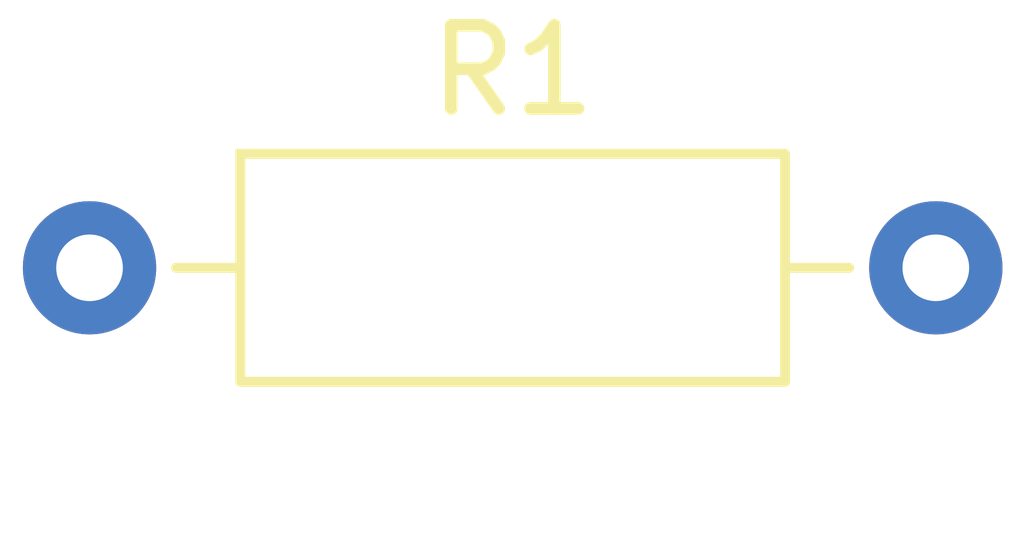
<source format=kicad_pcb>
(kicad_pcb (version 20241229) (generator "pcbnew") (generator_version "9.0")
  (layers (0 "F.Cu" signal) (2 "B.Cu" signal) (13 "F.Paste" user) (15 "B.Paste" user) (5 "F.SilkS" user "F.Silkscreen") (7 "B.SilkS" user "B.Silkscreen") (1 "F.Mask" user) (3 "B.Mask" user) (25 "Edge.Cuts" user))
  (net 0 "")
  (net 1 "Net-(R1-Pad2)")
  (net 2 "/BLUE_or_WHITE")
  (footprint "Resistor_THT:R_Axial_DIN0207_L6.3mm_D2.5mm_P10.16mm_Horizontal" (layer "F.Cu") (at 124.75 92.41)
    (property "Reference" "R1" (at 5.08 -2.37 0) (layer "F.SilkS"))
    (property "Value" "120R")
    (fp_line (start 1.04 0) (end 1.81 0) (stroke (width 0.12)) (layer "F.SilkS"))
    (fp_line (start 9.12 0) (end 8.35 0) (stroke (width 0.12)) (layer "F.SilkS"))
    (fp_rect (start 1.81 -1.37) (end 8.35 1.37) (stroke (width 0.12)) (fill no) (layer "F.SilkS"))
    (pad "1" thru_hole circle (at 0 0) (size 1.6 1.6) (drill 0.8) (layers "*.Cu" "*.Mask") (net 2 "/BLUE_or_WHITE"))
    (pad "2" thru_hole circle (at 10.16 0) (size 1.6 1.6) (drill 0.8) (layers "*.Cu" "*.Mask") (net 1 "Net-(R1-Pad2)"))
  )
)
</source>
